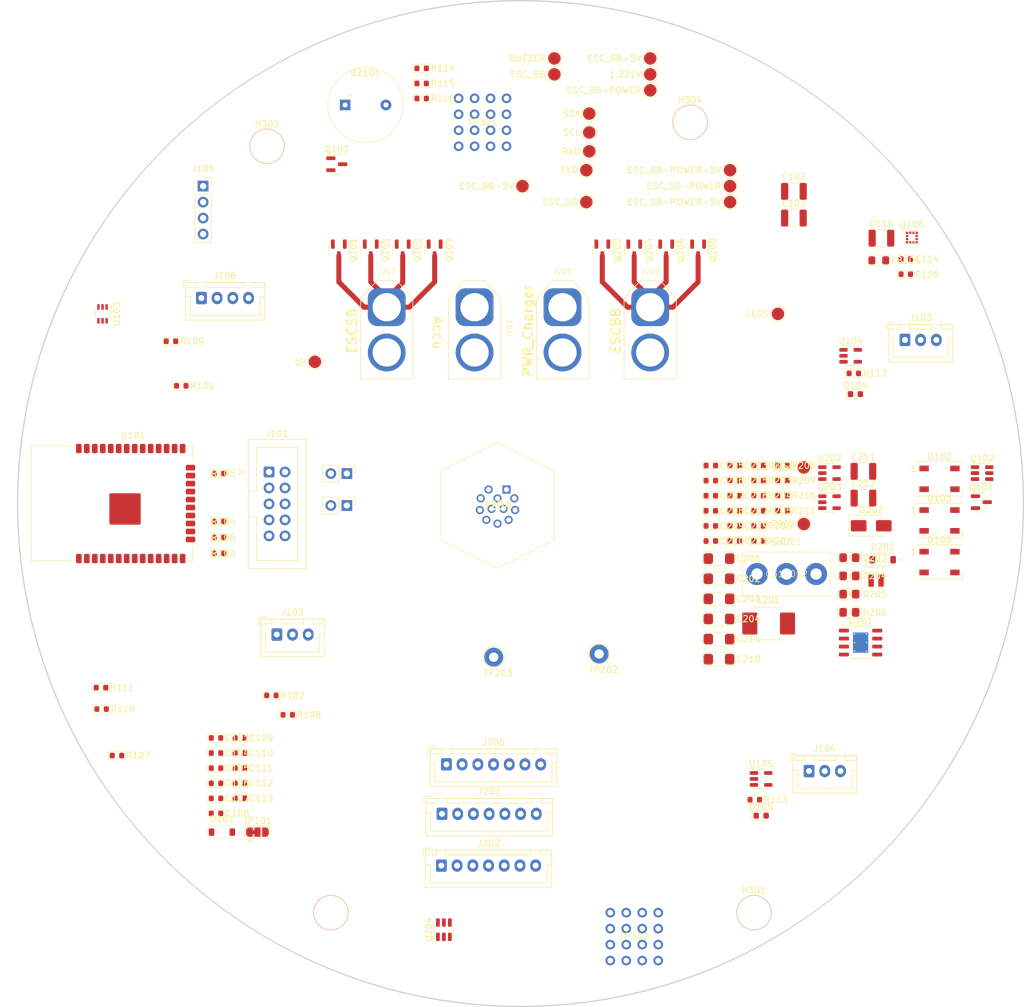
<source format=kicad_pcb>
(kicad_pcb (version 20240108) (generator "pcbnew") (generator_version "8.0")
  (layers (0 "F.Cu" signal) (1 "In1.Cu" power "GND") (2 "In2.Cu" power "+3.3V") (31 "B.Cu" signal) (34 "B.Paste" user) (35 "F.Paste" user) (36 "B.SilkS" user "B.Silkscreen") (37 "F.SilkS" user "F.Silkscreen") (38 "B.Mask" user) (39 "F.Mask" user) (44 "Edge.Cuts" user))
  (net 0 "")
  (net 1 "+3.3V")
  (net 2 "GND")
  (net 3 "BUTTON")
  (net 4 "+5V")
  (net 5 "EN")
  (net 6 "Net-(U201-BOOT)")
  (net 7 "Net-(D202-K)")
  (net 8 "+VSW")
  (net 9 "Vbatt")
  (net 10 "Net-(D205-K)")
  (net 11 "Net-(D206-K)")
  (net 12 "Net-(D103-DOUT)")
  (net 13 "LEDS")
  (net 14 "Net-(D102-DOUT)")
  (net 15 "Net-(D104-A)")
  (net 16 "Net-(D105-A)")
  (net 18 "Net-(D203-A)")
  (net 19 "Net-(D205-A)")
  (net 20 "Net-(D206-A)")
  (net 21 "Net-(J101-Pin_7)")
  (net 22 "DR0")
  (net 23 "RX")
  (net 24 "TX")
  (net 25 "Net-(J101-Pin_9)")
  (net 26 "Net-(J101-Pin_8)")
  (net 27 "Net-(J101-Pin_10)")
  (net 28 "Net-(D204-A)")
  (net 29 "/CPU/Vext")
  (net 30 "Net-(J102-Pin_1)")
  (net 31 "/CPU/SCL")
  (net 32 "/CPU/SDA")
  (net 33 "BUTTON_LIGHT")
  (net 34 "Net-(Q101-D)")
  (net 35 "Net-(Q201-G)")
  (net 36 "Net-(J102-Pin_3)")
  (net 37 "Net-(J104-Pin_2)")
  (net 38 "Net-(J105-Pin_2)")
  (net 39 "Net-(J103-Pin_1)")
  (net 40 "Net-(J103-Pin_2)")
  (net 42 "MTDI")
  (net 46 "ESC_SB")
  (net 49 "ESC_BB")
  (net 50 "Net-(BZ101--)")
  (net 51 "MTDO")
  (net 52 "/CPU/RADIO_5")
  (net 53 "MTCK")
  (net 54 "MTMS")
  (net 56 "/CPU/PWR_ESC_SB")
  (net 60 "/CPU/PWR_ESC_BB")
  (net 65 "Net-(J104-Pin_1)")
  (net 68 "Net-(J105-Pin_1)")
  (net 70 "Net-(U204-FB)")
  (net 71 "Net-(U204-SW)")
  (net 72 "Net-(Q202-G)")
  (net 73 "Net-(U201-Vsens)")
  (net 80 "Net-(J202-Pin_5)")
  (net 81 "Net-(J202-Pin_3)")
  (net 82 "Net-(J202-Pin_2)")
  (net 83 "Net-(J202-Pin_1)")
  (net 84 "Net-(J202-Pin_7)")
  (net 85 "Net-(J202-Pin_6)")
  (net 86 "Net-(J202-Pin_4)")
  (net 87 "Net-(J103-Pin_3)")
  (net 88 "Net-(J104-Pin_3)")
  (net 89 "Net-(Q102-G)")
  (net 90 "BUZZER")
  (net 91 "Net-(U106-C1)")
  (net 92 "Net-(U106-CS_MAG)")
  (footprint "A_Passive:LED_0805" (layer "F.Cu") (at 147.32 127.31)
    (property "Reference" "D206")
    (property "Value" "ESC_SB")
  )
  (footprint "A_Pads_Pins:Testpad_2" (layer "F.Cu") (at 115.63 41.73)
    (property "Reference" "TP206" (hide yes))
    (property "Value" "1.221V")
  )
  (footprint "A_Connector:AMASS_XT60-F_1x02_P7.20mm_Vertical" (layer "F.Cu") (at 73.72 78.77 -90)
    (property "Reference" "J207")
    (property "Value" "ESCSB")
  )
  (footprint "LED_SMD:LED_WS2812B_PLCC4_5.0x5.0mm_P3.2mm" (layer "F.Cu") (at 161.65 106.07)
    (property "Reference" "D102")
    (property "Value" "WS2812B")
  )
  (footprint "Package_TO_SOT_SMD:SOT-23" (layer "F.Cu") (at 76.26 69.67 -90)
    (property "Reference" "Q203")
    (property "Value" "AO3400A")
  )
  (footprint "Connector_IDC:IDC-Header_2x05_P2.54mm_Vertical" (layer "F.Cu") (at 55 104.98)
    (property "Reference" "J101")
    (property "Value" "PROG/JTAG")
  )
  (footprint "A_Device:C_0603" (layer "F.Cu") (at 46.56 147.29)
    (property "Reference" "C101")
    (property "Value" "100n")
  )
  (footprint "A_Device:C_1206_(1.6)" (layer "F.Cu") (at 126.57 128.36)
    (property "Reference" "C204")
    (property "Value" "4.7uF/10V")
  )
  (footprint "Connector_JST:JST_XH_B3B-XH-A_1x03_P2.50mm_Vertical" (layer "F.Cu") (at 156.1485 83.975)
    (property "Reference" "J103")
    (property "Value" "ESC_BB")
  )
  (footprint "A_Device:R_0603" (layer "F.Cu") (at 132.87 113.56)
    (property "Reference" "R206")
    (property "Value" "1.8k")
  )
  (footprint "A_Device:R_0603" (layer "F.Cu") (at 136.67 103.96)
    (property "Reference" "R208")
    (property "Value" "1.8k")
  )
  (footprint "A_Pads_Pins:Testpad_2" (layer "F.Cu") (at 105.47 56.97)
    (property "Reference" "TP110" (hide yes))
    (property "Value" "TXD")
  )
  (footprint "A_Device:R_0603" (layer "F.Cu") (at 132.87 111.16)
    (property "Reference" "R205")
    (property "Value" "10K")
  )
  (footprint "A_Pads_Pins:Testpad_2" (layer "F.Cu") (at 105.93 47.97)
    (property "Reference" "TP107" (hide yes))
    (property "Value" "SDA")
  )
  (footprint "Capacitor_SMD:C_1210_3225Metric" (layer "F.Cu") (at 152.41 67.79)
    (property "Reference" "C115")
    (property "Value" "100u/16V")
  )
  (footprint "A_Device:R_0603" (layer "F.Cu") (at 136.67 111.16)
    (property "Reference" "R211")
    (property "Value" "15K")
  )
  (footprint "Capacitor_SMD:C_1210_3225Metric" (layer "F.Cu") (at 149.545 109.135)
    (property "Reference" "C212")
    (property "Value" "100u/16V")
  )
  (footprint "A_Device:R_0603" (layer "F.Cu") (at 39.389 84.179)
    (property "Reference" "R109")
    (property "Value" "2.2k")
  )
  (footprint "A_Device:C_0603" (layer "F.Cu") (at 46.56 154.49)
    (property "Reference" "C106")
    (property "Value" "100n")
  )
  (footprint "A_Pads_Pins:Testpad_2" (layer "F.Cu") (at 115.63 39.19)
    (property "Reference" "TP106" (hide yes))
    (property "Value" "ESC_SB-5V")
  )
  (footprint "Package_TO_SOT_SMD:SOT-23" (layer "F.Cu") (at 113.09 69.67 -90)
    (property "Reference" "Q204")
    (property "Value" "AO3400A")
  )
  (footprint "A_Device:R_0603" (layer "F.Cu") (at 129.07 115.96)
    (property "Reference" "R201")
    (property "Value" "1k")
  )
  (footprint "Diode_SMD:D_SMA" (layer "F.Cu") (at 150.79 113.535)
    (property "Reference" "D202")
    (property "Value" "B340A")
  )
  (footprint "A_Device:C_1206_(1.6)" (layer "F.Cu") (at 126.57 118.76)
    (property "Reference" "C201")
    (property "Value" "4.7uF/10V")
  )
  (footprint "Connector_PinHeader_2.54mm:PinHeader_1x02_P2.54mm_Vertical" (layer "F.Cu") (at 67.37 105.23 -90)
    (property "Reference" "SW102" (hide yes))
    (property "Value" "~{RESET}")
  )
  (footprint "A_Device:C_0603" (layer "F.Cu") (at 156.285 71.115)
    (property "Reference" "C114")
    (property "Value" "100n")
  )
  (footprint "Package_TO_SOT_SMD:SOT-23" (layer "F.Cu") (at 118.17 69.67 -90)
    (property "Reference" "Q206")
    (property "Value" "AO3400A")
  )
  (footprint "TestPoint:TestPoint_Loop_D2.54mm_Drill1.5mm_Beaded" (layer "F.Cu") (at 90.738 134.44)
    (property "Reference" "TP203")
    (property "Value" "GND")
  )
  (footprint "A_Device:C_0603" (layer "F.Cu") (at 50.36 149.69)
    (property "Reference" "C110")
    (property "Value" "100n")
  )
  (footprint "LED_SMD:LED_WS2812B_PLCC4_5.0x5.0mm_P3.2mm" (layer "F.Cu") (at 161.65 119.31)
    (property "Reference" "D106")
    (property "Value" "WS2812B")
  )
  (footprint "A_Device:R_0603" (layer "F.Cu") (at 28.26 139.29)
    (property "Reference" "R111")
    (property "Value" "100")
  )
  (footprint "A_Pads_Pins:Testpad_2" (layer "F.Cu") (at 105.47 62.05)
    (property "Reference" "TP103" (hide yes))
    (property "Value" "ESC_SB")
  )
  (footprint "A_Connector:T4140012121000" (layer "F.Cu") (at 92.77 107.77)
    (property "Reference" "J204")
    (property "Value" "CHARGE/ON-OFF" (hide yes))
  )
  (footprint "Capacitor_SMD:C_1210_3225Metric" (layer "F.Cu") (at 149.545 104.885)
    (property "Reference" "C211")
    (property "Value" "100u/16V")
  )
  (footprint "Connector_PinSocket_2.54mm:PinSocket_1x04_P2.54mm_Vertical" (layer "F.Cu") (at 44.51 59.51)
    (property "Reference" "J105")
    (property "Value" "RS232_Option")
  )
  (footprint "A_Device:C_1206_(1.6)" (layer "F.Cu") (at 126.57 125.16)
    (property "Reference" "C203")
    (property "Value" "4.7uF/10V")
  )
  (footprint "A_Device:R_0603" (layer "F.Cu") (at 132.87 115.96)
    (property "Reference" "R207")
    (property "Value" "1k")
  )
  (footprint "Package_TO_SOT_SMD:Texas_R-PDSO-G6" (layer "F.Cu") (at 28.508 79.83 -90)
    (property "Reference" "U103")
    (property "Value" "LTC4311")
  )
  (footprint "Connector_JST:JST_XH_B7B-XH-A_1x07_P2.50mm_Vertical" (layer "F.Cu") (at 82.41 167.59)
    (property "Reference" "J202")
    (property "Value" "LoadbalanceAccu1")
  )
  (footprint "Jumper:SolderJumper-3_P1.3mm_Bridged12_RoundedPad1.0x1.5mm" (layer "F.Cu") (at 53.155 162.265)
    (property "Reference" "JP101")
    (property "Value" "5V/3.3V")
  )
  (footprint "A_Pads_Pins:Testpad_2" (layer "F.Cu") (at 128.33 59.51)
    (property "Reference" "TP208" (hide yes))
    (property "Value" "ESC_SB-POWER")
  )
  (footprint "A_Device:C_0603" (layer "F.Cu") (at 156.285 73.515)
    (property "Reference" "C116")
    (property "Value" "100n")
  )
  (footprint "A_Misc:ReworkPins" (layer "F.Cu") (at 88.96 49.35)
    (property "Reference" "TP301")
    (property "Value" "RW1")
  )
  (footprint "A_Mechanical:NPTH_M3" (layer "F.Cu") (at 132.14 175.08)
    (property "Reference" "H301")
    (property "Value" "MountingHole")
  )
  (footprint "Connector_JST:JST_XH_B7B-XH-A_1x07_P2.50mm_Vertical" (layer "F.Cu") (at 83.21 151.49)
    (property "Reference" "J206")
    (property "Value" "LoadbalanceCharger")
  )
  (footprint "Connector_JST:JST_XH_B3B-XH-A_1x03_P2.50mm_Vertical" (layer "F.Cu") (at 140.8975 152.555)
    (property "Reference" "J104")
    (property "Value" "ESC_SB")
  )
  (footprint "A_Passive:LED_0805" (layer "F.Cu") (at 147.32 118.61)
    (property "Reference" "D203")
    (property "Value" "5V")
  )
  (footprint "Package_TO_SOT_SMD:SOT-23-6" (layer "F.Cu") (at 168.435 105.16)
    (property "Reference" "U102")
    (property "Value" "USBLC6-4SC6")
  )
  (footprint "A_Passive:LED_0805" (layer "F.Cu") (at 147.32 121.51)
    (property "Reference" "D204")
    (property "Value" "3.3V")
  )
  (footprint "A_Device:R_0603" (layer "F.Cu") (at 79.2725 45.57)
    (property "Reference" "R116")
    (property "Value" "100")
  )
  (footprint "A_Device:R_0603" (layer "F.Cu") (at 148.0205 89.294)
    (property "Reference" "R112")
    (property "Value" "1.8k")
  )
  (footprint "A_Device:C_0603" (layer "F.Cu") (at 125.27 103.96)
    (property "Reference" "C205")
    (property "Value" "100n")
  )
  (footprint "A_Pads_Pins:Testpad_2" (layer "F.Cu") (at 140.07 113.26)
    (property "Reference" "TP204" (hide yes))
    (property "Value" "0.795V")
  )
  (footprint "A_Device:R_0603" (layer "F.Cu") (at 47.05 115.39 180)
    (property "Reference" "R106")
    (property "Value" "100")
  )
  (footprint "A_Device:C_0603" (layer "F.Cu") (at 46.56 159.29)
    (property "Reference" "C108")
    (property "Value" "100n")
  )
  (footprint "Package_TO_SOT_SMD:SOT-23-5" (layer "F.Cu") (at 144.145 105.16)
    (property "Reference" "U202")
    (property "Value" "SN74LV1T34DBV")
  )
  (footprint "Package_LGA:LGA-12_2x2mm_P0.5mm" (layer "F.Cu") (at 157.255 67.685)
    (property "Reference" "U106")
    (property "Value" "LSM303AGRTR")
  )
  (footprint "A_Device:D_SOD-123_2.85x1.8x1.3" (layer "F.Cu") (at 152.62 118.935)
    (property "Reference" "D201")
    (property "Value" "SM4007PL")
  )
  (footprint "Package_TO_SOT_SMD:SOT-23" (layer "F.Cu") (at 71.18 69.67 -90)
    (property "Reference" "Q205")
    (property "Value" "AO3400A")
  )
  (footprint "LED_SMD:LED_0603_1608Metric" (layer "F.Cu") (at 133.2775 159.652)
    (property "Reference" "D105")
    (property "Value" "PWR_ESC_BB")
  )
  (footprint "A_Device:C_0603" (layer "F.Cu") (at 50.36 152.09)
    (property "Reference" "C111")
    (property "Value" "100n")
  )
  (footprint "A_Mechanical:NPTH_M3" (layer "F.Cu") (at 121.98 49.35)
    (property "Reference" "H304")
    (property "Value" "MountingHole")
  )
  (footprint "Package_TO_SOT_SMD:SOT-23-5" (layer "F.Cu") (at 144.145 109.785)
    (property "Reference" "U203")
    (property "Value" "SN74LV1T34DBV")
  )
  (footprint "LED_SMD:LED_WS2812B_PLCC4_5.0x5.0mm_P3.2mm" (layer "F.Cu") (at 161.65 112.69)
    (property "Reference" "D103")
    (property "Value" "WS2812B")
  )
  (footprint "Capacitor_SMD:C_1210_3225Metric" (layer "F.Cu") (at 138.49 64.59)
    (property "Reference" "C103")
    (property "Value" "100u/16V")
  )
  (footprint "A_Pads_Pins:Testpad_2" (layer "F.Cu") (at 115.63 44.27)
    (property "Reference" "TP207" (hide yes))
    (property "Value" "ESC_BB-POWER")
  )
  (footprint "A_Device:R_0603" (layer "F.Cu") (at 55.374 140.514)
    (property "Reference" "R102")
    (property "Value" "10K")
  )
  (footprint "A_Connector:SS-12D10L5" (layer "F.Cu") (at 137.32 121.21)
    (property "Reference" "SW201")
    (property "Value" "SS-12D11-G050/On-Off")
  )
  (footprint "Connector_JST:JST_XH_B7B-XH-A_1x07_P2.50mm_Vertical" (layer "F.Cu") (at 82.51 159.365)
    (property "Reference" "J203")
    (property "Value" "LoadbalanceAccu2")
  )
  (footprint "A_Device:C_0603" (layer "F.Cu") (at 50.36 156.89)
    (property "Reference" "C113")
    (property "Value" "100n")
  )
  (footprint "A_Pads_Pins:Testpad_2" (layer "F.Cu") (at 128.33 56.97)
    (property "Reference" "TP209" (hide yes))
    (property "Value" "ESC_BB-POWER-5V")
  )
  (footprint "Package_TO_SOT_SMD:SOT-23-5" (layer "F.Cu") (at 133.2775 153.81)
    (property "Reference" "U105")
    (property "Value" "SN74LV1T34DBV")
  )
  (footprint "A_Mechanical:NPTH_M3" (layer "F.Cu") (at 54.67 53.16)
    (property "Reference" "H303")
    (property "Value" "MountingHole")
  )
  (footprint "Package_TO_SOT_SMD:SOT-23" (layer "F.Cu") (at 108.01 69.67 -90)
    (property "Reference" "Q202")
    (property "Value" "AO3400A")
  )
  (footprint "A_Pads_Pins:Testpad_2" (layer "F.Cu") (at 62.29 87.45)
    (property "Reference" "TP205" (hide yes))
    (property "Value" "5V")
  )
  (footprint "A_Device:C_0603" (layer "F.Cu") (at 129.07 111.16)
    (property "Reference" "C217")
    (property "Value" "100n")
  )
  (footprint "A_Device:L_6.6x7.0mm" (layer "F.Cu") (at 134.47 129.085)
    (property "Reference" "L201")
    (property "Value" "33uH/2A")
  )
  (footprint "A_Device:C_1206_(1.6)" (layer "F.Cu") (at 126.57 131.56)
    (property "Reference" "C214")
    (property "Value" "4.7uF/10V")
  )
  (footprint "A_Device:C_0603" (layer "F.Cu") (at 125.27 115.96)
    (property "Reference" "C210")
    (property "Value" "100n")
  )
  (footprint "Package_TO_SOT_SMD:SOT-23" (layer "F.Cu") (at 66.1 69.67 -90)
    (property "Reference" "Q201")
    (property "Value" "AO3400A")
  )
  (footprint "A_Pads_Pins:Testpad_2" (layer "F.Cu") (at 105.93 50.97)
    (property "Reference" "TP108" (hide yes))
    (property "Value" "SCL")
  )
  (footprint "A_Pads_Pins:Testpad_2" (layer "F.Cu") (at 95.31 59.51)
    (property "Reference" "TP105" (hide yes))
    (property "Value" "ESC_BB-5V")
  )
  (footprint "A_Device:R_0603" (layer "F.Cu") (at 30.81 150.09)
    (property "Reference" "R107")
    (property "Value" "820")
  )
  (footprint "LED_SMD:LED_0603_1608Metric" (layer "F.Cu") (at 148.2745 92.596)
    (property "Reference" "D104")
    (property "Value" "PWR_ESC_BB")
  )
  (footprint "A_Device:C_1206_(1.6)" (layer "F.Cu") (at 126.57 134.76)
    (property "Reference" "C218")
    (property "Value" "4.7uF/10V")
  )
  (footprint "A_Connector:AMASS_XT60-M_1x02_P7.20mm_Vertical" (layer "F.Cu") (at 87.69 78.77 -90)
    (property "Reference" "J201")
    (property "Value" "Accu")
  )
  (footprint "A_Device:C_0603" (layer "F.Cu") (at 125.27 108.76)
    (property "Reference" "C207")
    (property "Value" "100n")
  )
  (footprint "A_Connector:AMASS_XT60-F_1x02_P7.20mm_Vertical" (layer "F.Cu") (at 101.68 78.77 -90)
    (property "Reference" "J205")
    (property "Value" "PWR_Charger")
  )
  (footprint "A_Device:R_0603" (layer "F.Cu") (at 132.87 108.76)
    (property "Reference" "R204")
    (property "Value" "18K")
  )
  (footprint "A_Module:ESP32-WROOM-32" (layer "F.Cu") (at 30 110)
    (property "Reference" "U101")
    (property "Value" "ESP32-WROOM-32E_(visible_peripherals)")
  )
  (footprint "A_Device:R_0603" (layer "F.Cu") (at 132.87 106.36)
    (property "Reference" "R203")
    (property "Value" "1k")
  )
  (footprint "A_Device:C_0603" (layer "F.Cu") (at 129.07 106.36)
    (property "Reference" "C215")
    (property "Value" "100n")
  )
  (footprint "A_Device:R_0603" (layer "F.Cu") (at 47.05 112.85 180)
    (property "Reference" "R104")
    (property "Value" "100")
  )
  (footprint "Connector_JST:JST_XH_B4B-XH-A_1x04_P2.50mm_Vertical" (layer "F.Cu") (at 44.236 77.307)
    (property "Reference" "J106")
    (property "Value" "Compass")
  )
  (footprint "A_Device:C_1206_(1.6)" (layer "F.Cu") (at 126.57 121.96)
    (property "Reference" "C202")
    (property "Value" "4.7uF/10V")
  )
  (footprint "TestPoint:TestPoint_Loop_D2.54mm_Drill1.5mm_Beaded" (layer "F.Cu") (at 107.502 133.932)
    (property "Reference" "TP202")
    (property "Value" "GND")
  )
  (footprint "A_Misc:Buzzer-12x6.5x5.2" (layer "F.Cu") (at 70.3475 46.595)
    (property "Reference" "BZ101")
    (property "Value" "Buzzer")
  )
  (footprint "A_Device:C_0603" (layer "F.Cu") (at 50.36 147.29)
    (property "Reference" "C109")
    (property "Value" "100n")
  )
  (footprint "A_Device:R_0603" (layer "F.Cu") (at 57.974 143.614)
    (property "Reference" "R108")
    (property "Value" "2.2k")
  )
  (footprint "A_Device:C_0603" (layer "F.Cu") (at 125.27 106.36)
    (property "Reference" "C206")
    (property "Value" "10n")
  )
  (footprint "A_Device:C_0603" (layer "F.Cu") (at 125.27 113.56)
    (property "Reference" "C209")
    (property "Value" "100n")
  )
  (footprint "A_Device:FTC252012S" (layer "F.Cu") (at 151.57 122.26)
    (property "Reference" "L202")
    (property "Value" "10uH")
  )
  (footprint "A_Device:R_0603" (layer "F.Cu") (at 132.87 103.96)
    (property "Reference" "R202")
    (property "Value" "6.2k")
  )
  (footprint "A_Device:C_0603" (layer "F.Cu") (at 129.07 113.56)
    (property "Reference" "C219")
    (property "Value" "100n")
  )
  (footprint "A_Device:D_SOD-123_2.85x1.8x1.3" (layer "F.Cu") (at 47.51 162.265)
    (property "Reference" "D101")
    (property "Value" "SM4007PL")
  )
  (footprint "A_Device:C_0603" (layer "F.Cu") (at 46.56 156.89)
    (property "Reference" "C107")
    (property "Value" "100n")
  )
  (footprint "A_Pads_Pins:Testpad_2" (layer "F.Cu") (at 140.07 104.26)
    (property "Reference" "TP201" (hide yes))
    (property "Value" "Vcell")
  )
  (footprint "Capacitor_SMD:C_1210_3225Metric" (layer "F.Cu") (at 138.49 60.34)
    (property "Reference" "C102")
    (property "Value" "100u/16V")
  )
  (footprint "A_Device:R_0603" (layer "F.Cu") (at 136.67 108.76)
    (property "Reference" "R210")
    (property "Value" "82K")
  )
  (footprint "A_Device:R_0603" (layer "F.Cu") (at 79.2725 40.77)
    (property "Reference" "R114")
    (property "Value" "100")
  )
  (footprint "A_Device:C_0603" (layer "F.Cu") (at 125.27 111.16)
    (property "Reference" "C208")
    (property "Value" "10n")
  )
  (footprint "A_Pads_Pins:Testpad_2" (layer "F.Cu") (at 135.95 79.83)
    (property "Reference" "TP104" (hide yes))
    (property "Value" "LEDS")
  )
  (footprint "A_Device:R_0603" (layer "F.Cu") (at 47.05 105.23 180)
    (property "Reference" "R105")
    (property "Value" "100")
  )
  (footprint "Package_TO_SOT_SMD:SOT-23" (layer "F.Cu") (at 81.34 69.67 -90)
    (property "Reference" "Q207")
    (property "Value" "AO3400A")
  )
  (footprint "A_Device:L_0805_(1.2)" (layer "F.Cu") (at 151.985 71.315)
    (property "Reference" "FB101")
    (property "Value" "0.3E 240E@100MHz")
  )
  (footprint "Package_SO:HTSOP-8-1EP_3.9x4.9mm_P1.27mm_EP2.4x3.2mm_ThermalVias" (layer "F.Cu") (at 149.095 132.115)
    (property "Reference" "U201")
    (property "Value" "TPS5430DDAR")
  )
  (footprint "A_Pads_Pins:Testpad_2" (layer "F.Cu") (at 128.33 62.05)
    (property "Reference" "TP210" (hide yes))
    (property "Value" "ESC_SB-POWER-5V")
  )
  (footprint "A_Misc:ReworkPins" (layer "F.Cu") (at 113.09 178.89)
    (property "Reference" "TP302")
    (property "Value" "RW2")
  )
  (footprint "A_Pads_Pins:Testpad_2" (layer "F.Cu") (at 100.39 39.19)
    (property "Reference" "TP101" (hide yes))
    (property "Value" "BUZZER")
  )
  (footprint "Package_TO_SOT_SMD:SOT-23-6" (layer "F.Cu") (at 82.81 177.79 90)
    (property "Reference" "U204")
    (property "Value" "TLV61046ADB")
  )
  (footprint "A_Pads_Pins:Testpad_2" (layer "F.Cu") (at 105.93 53.97)
    (property "Reference" "TP109" (hide yes))
    (property "Value" "RXD")
  )
  (footprint "A_Device:R_0603" (layer "F.Cu") (at 47.05 117.93 180)
    (property "Reference" "R103")
    (property "Value" "100")
  )
  (footprint "A_Device:R_0603" (layer "F.Cu") (at 28.36 142.69)
    (property "Reference" "R110")
    (property "Value" "100")
  )
  (footprint "A_Connector:AMASS_XT60-F_1x02_P7.20mm_Vertical" (layer "F.Cu") (at 115.63 78.77 -90)
    (property "Reference" "J208")
    (property "Value" "ESCBB")
  )
  (footprint "A_Mechanical:NPTH_M3" (layer "F.Cu") (at 64.83 175.08)
    (property "Reference" "H302" (hide yes))
    (property "Value" "MountingHole")
  )
  (footprint "Connector_JST:JST_XH_B3B-XH-A_1x03_P2.50mm_Vertical" (layer "F.Cu") (at 56.234 130.838)
    (property "Reference" "J102")
    (property "Value" "PUSH BUTTON")
  )
  (footprint "A_Pads_Pins:Testpad_2" (layer "F.Cu") (at 100.39 41.73)
    (property "Reference" "TP102" (hide yes))
    (property "Value" "ESC_BB")
  )
  (footprint "A_Device:C_0603" (layer "F.Cu") (at 129.07 103.96)
    (property "Reference" "C213")
    (property "Value" "100n")
  )
  (footprint "A_Device:C_0603" (layer "F.Cu") (at 46.56 152.09)
    (property "Reference" "C105")
    (property "Value" "100n")
  )
  (footprint "A_Device:R_0603" (layer "F.Cu") (at 136.67 106.36)
    (property "Reference" "R209")
    (property "Value" "1.8k")
  )
  (footprint "Package_TO_SOT_SMD:SOT-23" (layer "F.Cu") (at 65.7675 56.02)
    (property "Reference" "Q102")
    (property "Value" "AO3400A")
  )
  (footprint "Package_TO_SOT_SMD:SOT-23" (layer "F.Cu") (at 168.305 109.78)
    (property "Reference" "Q101")
    (property "Value" "AO3400A")
  )
  (footprint "A_Device:R_0603" (layer "F.Cu") (at 41.039 91.279)
    (property "Reference" "R101")
    (property "Value" "10K")
  )
  (footprint "A_Device:C_0603" (layer "F.Cu") (at 46.56 149.69)
    (property "Reference" "C104")
    (property "Value" "100n")
  )
  (footprint "A_Device:R_0603" (layer "F.Cu") (at 132.2615 157.112)
    (property "Reference" "R113")
    (property "Value" "1.8k")
  )
  (footprint "Connector_PinHeader_2.54mm:PinHeader_1x02_P2.54mm_Vertical" (layer "F.Cu") (at 67.37 110.31 -90)
    (property "Reference" "SW101" (hide yes))
    (property "Value" "~{BOOT}")
  )
  (footprint "A_Device:C_0603" (layer "F.Cu") (at 129.07 108.76)
    (property "Reference" "C216")
    (property "Value" "100n")
  )
  (footprint "Package_TO_SOT_SMD:SOT-23" (layer "F.Cu") (at 123.25 69.67 -90)
    (property "Reference" "Q208")
    (property "Value" "AO3400A")
  )
  (footprint "Package_TO_SOT_SMD:SOT-23-5" (layer "F.Cu") (at 147.5125 86.5)
    (property "Reference" "U104")
    (property "Value" "SN74LV1T34DBV")
  )
  (footprint "A_Passive:LED_0805" (layer "F.Cu") (at 147.32 124.41)
    (property "Reference" "D205")
    (property "Value" "ESC_BB")
  )
  (footprint "A_Device:C_0603" (layer "F.Cu") (at 50.36 154.49)
    (property "Reference" "C112")
    (property "Value" "10n")
  )
  (footprint "A_Device:R_0603" (layer "F.Cu") (at 79.2725 43.17)
    (property "Reference" "R115")
    (property "Value" "100")
  )
  (gr_circle (center 95 110) (end 175 110) (stroke (width 0.2)) (fill none) (layer "Edge.Cuts"))
  (segment (start 76.26 74.855) (end 73.72 77.395) (width 0.8) (layer "F.Cu") (net 10))
  (segment (start 81.34 74.75) (end 77.32 78.77) (width 0.8) (layer "F.Cu") (net 10))
  (segment (start 77.32 78.77) (end 73.72 78.77) (width 0.8) (layer "F.Cu") (net 10))
  (segment (start 66.1 70.6075) (end 66.1 74.75) (width 0.8) (layer "F.Cu") (net 10))
  (segment (start 73.72 77.395) (end 73.72 78.77) (width 0.8) (layer "F.Cu") (net 10))
  (segment (start 71.18 74.75) (end 72.45 76.02) (width 0.8) (layer "F.Cu") (net 10))
  (segment (start 81.34 70.6075) (end 81.34 74.75) (width 0.8) (layer "F.Cu") (net 10))
  (segment (start 70.12 78.77) (end 73.72 78.77) (width 0.8) (layer "F.Cu") (net 10))
  (segment (start 76.26 70.6075) (end 76.26 74.855) (width 0.8) (layer "F.Cu") (net 10))
  (segment (start 72.45 77.5) (end 73.72 78.77) (width 0.8) (layer "F.Cu") (net 10))
  (segment (start 66.1 74.75) (end 70.12 78.77) (width 0.8) (layer "F.Cu") (net 10))
  (segment (start 72.45 76.02) (end 72.45 77.5) (width 0.8) (layer "F.Cu") (net 10))
  (segment (start 71.18 70.6075) (end 71.18 74.75) (width 0.8) (layer "F.Cu") (net 10))
  (segment (start 119.23 78.77) (end 115.63 78.77) (width 0.8) (layer "F.Cu") (net 11))
  (segment (start 112.03 78.77) (end 115.63 78.77) (width 0.8) (layer "F.Cu") (net 11))
  (segment (start 113.09 70.6075) (end 113.09 74.75) (width 0.8) (layer "F.Cu") (net 11))
  (segment (start 123.25 70.6075) (end 123.25 74.75) (width 0.8) (layer "F.Cu") (net 11))
  (segment (start 118.17 70.6075) (end 118.17 74.75) (width 0.8) (layer "F.Cu") (net 11))
  (segment (start 115.63 77.29) (end 115.63 78.77) (width 0.8) (layer "F.Cu") (net 11))
  (segment (start 123.25 74.75) (end 119.23 78.77) (width 0.8) (layer "F.Cu") (net 11))
  (segment (start 108.01 74.75) (end 112.03 78.77) (width 0.8) (layer "F.Cu") (net 11))
  (segment (start 118.17 74.75) (end 115.63 77.29) (width 0.8) (layer "F.Cu") (net 11))
  (segment (start 108.01 70.6075) (end 108.01 74.75) (width 0.8) (layer "F.Cu") (net 11))
  (segment (start 113.09 74.75) (end 115.63 77.29) (width 0.8) (layer "F.Cu") (net 11))
)
</source>
